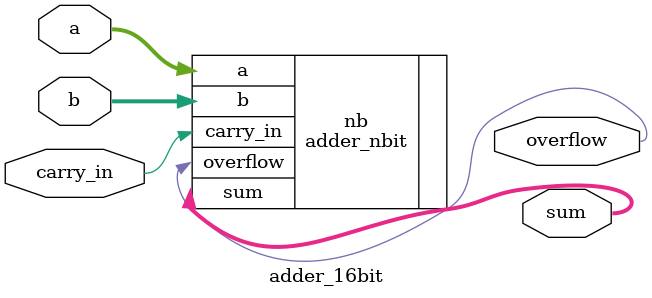
<source format=sv>

module adder_16bit
(
	input wire [15:0] a,
	input wire [15:0] b,
	input wire carry_in,
	output wire [15:0] sum,
	output wire overflow
);

	// STUDENT: Fill in the correct port map with parameter override syntax for using your n-bit ripple carry adder design to be an 16-bit ripple carry adder design
adder_nbit #(16) nb (.a(a), .b(b), .carry_in(carry_in), .sum(sum), .overflow(overflow));
endmodule

</source>
